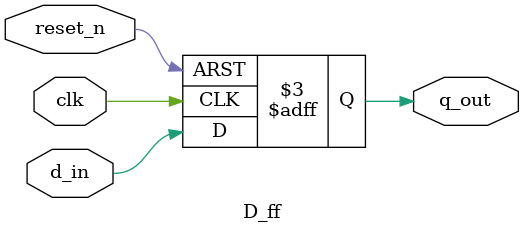
<source format=v>
`timescale 1ns / 1ps


module D_ff(
    input d_in,
    input clk,
    input reset_n,
    output reg q_out
    );
    
always@(posedge clk, negedge reset_n)
begin
    if(!reset_n)
        q_out <= 0;
    else
        q_out <= d_in;
end

endmodule

</source>
